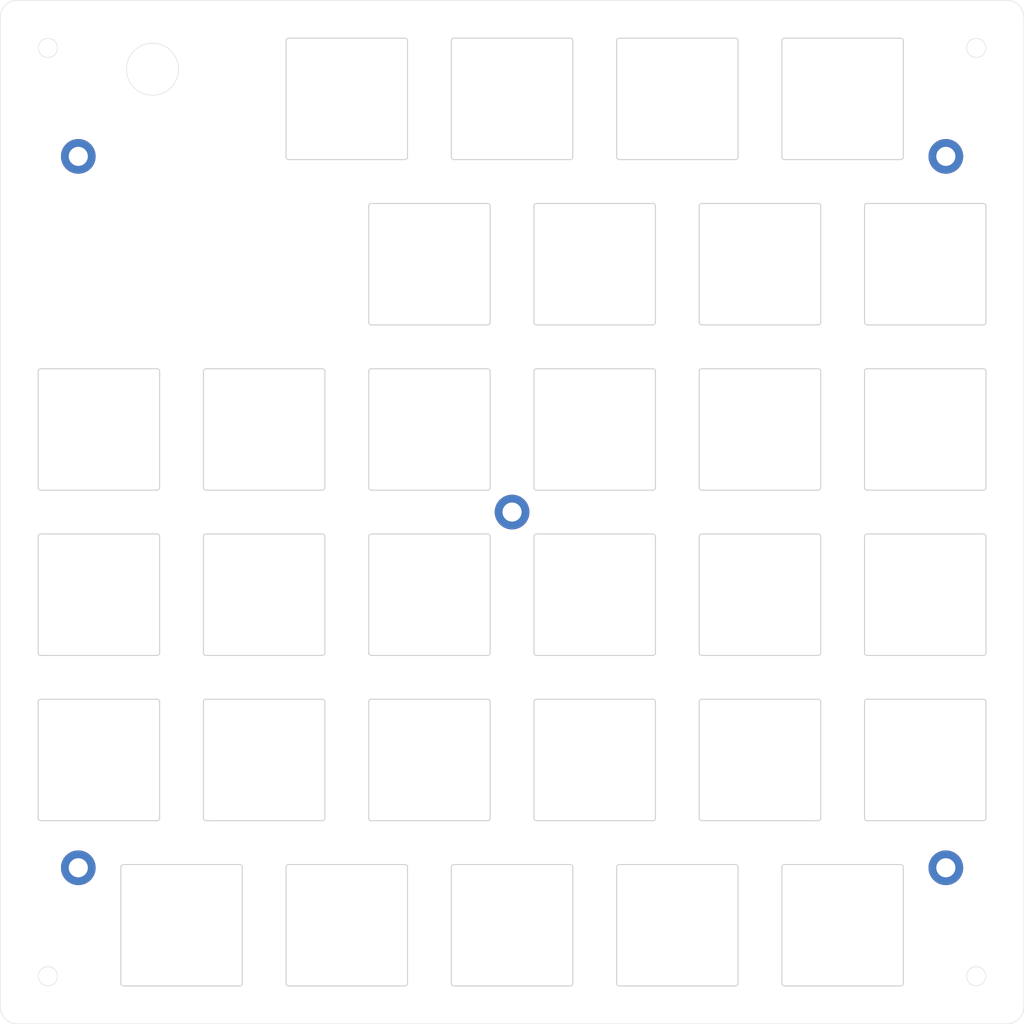
<source format=kicad_pcb>
(kicad_pcb (version 20171130) (host pcbnew "(5.1.9)-1")

  (general
    (thickness 1.6)
    (drawings 16)
    (tracks 0)
    (zones 0)
    (modules 36)
    (nets 2)
  )

  (page A4)
  (title_block
    (title "YUIOP 31 keys with rotary switch keyboard")
    (date 2021-05-20)
    (rev 1)
    (company KaoriYa)
  )

  (layers
    (0 F.Cu signal)
    (31 B.Cu signal)
    (32 B.Adhes user)
    (33 F.Adhes user)
    (34 B.Paste user)
    (35 F.Paste user)
    (36 B.SilkS user)
    (37 F.SilkS user)
    (38 B.Mask user)
    (39 F.Mask user)
    (40 Dwgs.User user)
    (41 Cmts.User user)
    (42 Eco1.User user)
    (43 Eco2.User user)
    (44 Edge.Cuts user)
    (45 Margin user)
    (46 B.CrtYd user)
    (47 F.CrtYd user)
    (48 B.Fab user)
    (49 F.Fab user)
  )

  (setup
    (last_trace_width 0.25)
    (trace_clearance 0.2)
    (zone_clearance 0.508)
    (zone_45_only no)
    (trace_min 0.2)
    (via_size 0.8)
    (via_drill 0.4)
    (via_min_size 0.4)
    (via_min_drill 0.3)
    (uvia_size 0.3)
    (uvia_drill 0.1)
    (uvias_allowed no)
    (uvia_min_size 0.2)
    (uvia_min_drill 0.1)
    (edge_width 0.05)
    (segment_width 0.2)
    (pcb_text_width 0.3)
    (pcb_text_size 1.5 1.5)
    (mod_edge_width 0.12)
    (mod_text_size 1 1)
    (mod_text_width 0.15)
    (pad_size 4 4)
    (pad_drill 2.2)
    (pad_to_mask_clearance 0)
    (aux_axis_origin 0 0)
    (grid_origin 150 100)
    (visible_elements 7FFFF7FF)
    (pcbplotparams
      (layerselection 0x010fc_ffffffff)
      (usegerberextensions false)
      (usegerberattributes true)
      (usegerberadvancedattributes true)
      (creategerberjobfile true)
      (excludeedgelayer true)
      (linewidth 0.150000)
      (plotframeref false)
      (viasonmask false)
      (mode 1)
      (useauxorigin false)
      (hpglpennumber 1)
      (hpglpenspeed 20)
      (hpglpendiameter 15.000000)
      (psnegative false)
      (psa4output false)
      (plotreference true)
      (plotvalue true)
      (plotinvisibletext false)
      (padsonsilk false)
      (subtractmaskfromsilk false)
      (outputformat 1)
      (mirror false)
      (drillshape 1)
      (scaleselection 1)
      (outputdirectory ""))
  )

  (net 0 "")
  (net 1 GND)

  (net_class Default "これはデフォルトのネット クラスです。"
    (clearance 0.2)
    (trace_width 0.25)
    (via_dia 0.8)
    (via_drill 0.4)
    (uvia_dia 0.3)
    (uvia_drill 0.1)
    (add_net GND)
  )

  (module yuiop:Hole_2.2_4 (layer F.Cu) (tedit 60A6A37E) (tstamp 60A6DC1D)
    (at 150 100)
    (fp_text reference HOLE5 (at 0 -3) (layer F.SilkS) hide
      (effects (font (size 1 1) (thickness 0.15)))
    )
    (fp_text value Hole_2.2_4 (at 0 3) (layer F.Fab) hide
      (effects (font (size 1 1) (thickness 0.15)))
    )
    (pad "" thru_hole circle (at 0 0) (size 4 4) (drill 2.2) (layers *.Cu *.Mask)
      (net 1 GND))
  )

  (module yuiop:Hole_2.2_4 (layer F.Cu) (tedit 60A6A37E) (tstamp 60A6D963)
    (at 200 141)
    (fp_text reference HOLE4 (at 0 -3) (layer F.SilkS) hide
      (effects (font (size 1 1) (thickness 0.15)))
    )
    (fp_text value Hole_2.2_4 (at 0 3) (layer F.Fab) hide
      (effects (font (size 1 1) (thickness 0.15)))
    )
    (pad "" thru_hole circle (at 0 0) (size 4 4) (drill 2.2) (layers *.Cu *.Mask)
      (net 1 GND))
  )

  (module yuiop:Hole_2.2_4 (layer F.Cu) (tedit 60A6A37E) (tstamp 60A6D963)
    (at 100 141)
    (fp_text reference HOLE3 (at 0 -3) (layer F.SilkS) hide
      (effects (font (size 1 1) (thickness 0.15)))
    )
    (fp_text value Hole_2.2_4 (at 0 3) (layer F.Fab) hide
      (effects (font (size 1 1) (thickness 0.15)))
    )
    (pad "" thru_hole circle (at 0 0) (size 4 4) (drill 2.2) (layers *.Cu *.Mask)
      (net 1 GND))
  )

  (module yuiop:Hole_2.2_4 (layer F.Cu) (tedit 60A6A37E) (tstamp 60A6D963)
    (at 200 59)
    (fp_text reference HOLE2 (at 0 -3) (layer F.SilkS) hide
      (effects (font (size 1 1) (thickness 0.15)))
    )
    (fp_text value Hole_2.2_4 (at 0 3) (layer F.Fab) hide
      (effects (font (size 1 1) (thickness 0.15)))
    )
    (pad "" thru_hole circle (at 0 0) (size 4 4) (drill 2.2) (layers *.Cu *.Mask)
      (net 1 GND))
  )

  (module yuiop:Hole_2.2_4 (layer F.Cu) (tedit 60A6A37E) (tstamp 60A6D924)
    (at 100 59)
    (fp_text reference HOLE1 (at 0 -3) (layer F.SilkS) hide
      (effects (font (size 1 1) (thickness 0.15)))
    )
    (fp_text value Hole_2.2_4 (at 0 3) (layer F.Fab) hide
      (effects (font (size 1 1) (thickness 0.15)))
    )
    (pad "" thru_hole circle (at 0 0) (size 4 4) (drill 2.2) (layers *.Cu *.Mask)
      (net 1 GND))
  )

  (module yuiop:TopPlate_Switch_1u (layer F.Cu) (tedit 60747F4D) (tstamp 60A69226)
    (at 188.1 147.625)
    (path /60AA92EA)
    (fp_text reference SW31 (at 0 8 180) (layer B.SilkS) hide
      (effects (font (size 1 1) (thickness 0.15)) (justify mirror))
    )
    (fp_text value SW_PUSH (at 3.8 5.6 180) (layer F.SilkS) hide
      (effects (font (size 1 1) (thickness 0.15)))
    )
    (fp_line (start 6.7 -7.8) (end -6.7 -7.8) (layer Cmts.User) (width 0.12))
    (fp_line (start 7.8 6.7) (end 7.8 -6.7) (layer Cmts.User) (width 0.12))
    (fp_line (start -6.7 7.8) (end 6.7 7.8) (layer Cmts.User) (width 0.12))
    (fp_line (start -7.8 -6.7) (end -7.8 6.7) (layer Cmts.User) (width 0.12))
    (fp_line (start 9.525 9.525) (end -9.525 9.525) (layer Dwgs.User) (width 0.15))
    (fp_line (start -9.525 9.525) (end -9.525 -9.525) (layer Dwgs.User) (width 0.15))
    (fp_line (start -9.525 -9.525) (end 9.525 -9.525) (layer Dwgs.User) (width 0.15))
    (fp_line (start 9.525 -9.525) (end 9.525 9.525) (layer Dwgs.User) (width 0.15))
    (fp_line (start -7 -6.7) (end -7 6.7) (layer Edge.Cuts) (width 0.12))
    (fp_line (start -6.7 7) (end 6.7 7) (layer Edge.Cuts) (width 0.12))
    (fp_line (start 7 6.7) (end 7 -6.7) (layer Edge.Cuts) (width 0.12))
    (fp_line (start 6.7 -7) (end -6.7 -7) (layer Edge.Cuts) (width 0.12))
    (fp_arc (start 6.7 -6.7) (end 7.8 -6.7) (angle -90) (layer Cmts.User) (width 0.12))
    (fp_arc (start 6.7 6.7) (end 6.7 7.8) (angle -90) (layer Cmts.User) (width 0.12))
    (fp_arc (start -6.7 6.7) (end -7.8 6.7) (angle -90) (layer Cmts.User) (width 0.12))
    (fp_arc (start -6.7 -6.7) (end -6.7 -7.8) (angle -90) (layer Cmts.User) (width 0.12))
    (fp_arc (start 6.7 6.7) (end 6.7 7) (angle -90) (layer Edge.Cuts) (width 0.12))
    (fp_arc (start -6.7 6.7) (end -7 6.7) (angle -90) (layer Edge.Cuts) (width 0.12))
    (fp_arc (start -6.7 -6.7) (end -6.7 -7) (angle -90) (layer Edge.Cuts) (width 0.12))
    (fp_arc (start 6.7 -6.7) (end 7 -6.7) (angle -90) (layer Edge.Cuts) (width 0.12))
  )

  (module yuiop:TopPlate_Switch_1u (layer F.Cu) (tedit 60747F4D) (tstamp 60A691EE)
    (at 169.05 147.625)
    (path /60AA92DE)
    (fp_text reference SW30 (at 0 8 180) (layer B.SilkS) hide
      (effects (font (size 1 1) (thickness 0.15)) (justify mirror))
    )
    (fp_text value SW_PUSH (at 3.8 5.6 180) (layer F.SilkS) hide
      (effects (font (size 1 1) (thickness 0.15)))
    )
    (fp_line (start 6.7 -7.8) (end -6.7 -7.8) (layer Cmts.User) (width 0.12))
    (fp_line (start 7.8 6.7) (end 7.8 -6.7) (layer Cmts.User) (width 0.12))
    (fp_line (start -6.7 7.8) (end 6.7 7.8) (layer Cmts.User) (width 0.12))
    (fp_line (start -7.8 -6.7) (end -7.8 6.7) (layer Cmts.User) (width 0.12))
    (fp_line (start 9.525 9.525) (end -9.525 9.525) (layer Dwgs.User) (width 0.15))
    (fp_line (start -9.525 9.525) (end -9.525 -9.525) (layer Dwgs.User) (width 0.15))
    (fp_line (start -9.525 -9.525) (end 9.525 -9.525) (layer Dwgs.User) (width 0.15))
    (fp_line (start 9.525 -9.525) (end 9.525 9.525) (layer Dwgs.User) (width 0.15))
    (fp_line (start -7 -6.7) (end -7 6.7) (layer Edge.Cuts) (width 0.12))
    (fp_line (start -6.7 7) (end 6.7 7) (layer Edge.Cuts) (width 0.12))
    (fp_line (start 7 6.7) (end 7 -6.7) (layer Edge.Cuts) (width 0.12))
    (fp_line (start 6.7 -7) (end -6.7 -7) (layer Edge.Cuts) (width 0.12))
    (fp_arc (start 6.7 -6.7) (end 7.8 -6.7) (angle -90) (layer Cmts.User) (width 0.12))
    (fp_arc (start 6.7 6.7) (end 6.7 7.8) (angle -90) (layer Cmts.User) (width 0.12))
    (fp_arc (start -6.7 6.7) (end -7.8 6.7) (angle -90) (layer Cmts.User) (width 0.12))
    (fp_arc (start -6.7 -6.7) (end -6.7 -7.8) (angle -90) (layer Cmts.User) (width 0.12))
    (fp_arc (start 6.7 6.7) (end 6.7 7) (angle -90) (layer Edge.Cuts) (width 0.12))
    (fp_arc (start -6.7 6.7) (end -7 6.7) (angle -90) (layer Edge.Cuts) (width 0.12))
    (fp_arc (start -6.7 -6.7) (end -6.7 -7) (angle -90) (layer Edge.Cuts) (width 0.12))
    (fp_arc (start 6.7 -6.7) (end 7 -6.7) (angle -90) (layer Edge.Cuts) (width 0.12))
  )

  (module yuiop:TopPlate_Switch_1u (layer F.Cu) (tedit 60747F4D) (tstamp 60A691B6)
    (at 150 147.625)
    (path /60AA92D2)
    (fp_text reference SW29 (at 0 8 180) (layer B.SilkS) hide
      (effects (font (size 1 1) (thickness 0.15)) (justify mirror))
    )
    (fp_text value SW_PUSH (at 3.8 5.6 180) (layer F.SilkS) hide
      (effects (font (size 1 1) (thickness 0.15)))
    )
    (fp_line (start 6.7 -7.8) (end -6.7 -7.8) (layer Cmts.User) (width 0.12))
    (fp_line (start 7.8 6.7) (end 7.8 -6.7) (layer Cmts.User) (width 0.12))
    (fp_line (start -6.7 7.8) (end 6.7 7.8) (layer Cmts.User) (width 0.12))
    (fp_line (start -7.8 -6.7) (end -7.8 6.7) (layer Cmts.User) (width 0.12))
    (fp_line (start 9.525 9.525) (end -9.525 9.525) (layer Dwgs.User) (width 0.15))
    (fp_line (start -9.525 9.525) (end -9.525 -9.525) (layer Dwgs.User) (width 0.15))
    (fp_line (start -9.525 -9.525) (end 9.525 -9.525) (layer Dwgs.User) (width 0.15))
    (fp_line (start 9.525 -9.525) (end 9.525 9.525) (layer Dwgs.User) (width 0.15))
    (fp_line (start -7 -6.7) (end -7 6.7) (layer Edge.Cuts) (width 0.12))
    (fp_line (start -6.7 7) (end 6.7 7) (layer Edge.Cuts) (width 0.12))
    (fp_line (start 7 6.7) (end 7 -6.7) (layer Edge.Cuts) (width 0.12))
    (fp_line (start 6.7 -7) (end -6.7 -7) (layer Edge.Cuts) (width 0.12))
    (fp_arc (start 6.7 -6.7) (end 7.8 -6.7) (angle -90) (layer Cmts.User) (width 0.12))
    (fp_arc (start 6.7 6.7) (end 6.7 7.8) (angle -90) (layer Cmts.User) (width 0.12))
    (fp_arc (start -6.7 6.7) (end -7.8 6.7) (angle -90) (layer Cmts.User) (width 0.12))
    (fp_arc (start -6.7 -6.7) (end -6.7 -7.8) (angle -90) (layer Cmts.User) (width 0.12))
    (fp_arc (start 6.7 6.7) (end 6.7 7) (angle -90) (layer Edge.Cuts) (width 0.12))
    (fp_arc (start -6.7 6.7) (end -7 6.7) (angle -90) (layer Edge.Cuts) (width 0.12))
    (fp_arc (start -6.7 -6.7) (end -6.7 -7) (angle -90) (layer Edge.Cuts) (width 0.12))
    (fp_arc (start 6.7 -6.7) (end 7 -6.7) (angle -90) (layer Edge.Cuts) (width 0.12))
  )

  (module yuiop:TopPlate_Switch_1u (layer F.Cu) (tedit 60747F4D) (tstamp 60A6917E)
    (at 130.95 147.625)
    (path /60AA92C6)
    (fp_text reference SW28 (at 0 8 180) (layer B.SilkS) hide
      (effects (font (size 1 1) (thickness 0.15)) (justify mirror))
    )
    (fp_text value SW_PUSH (at 3.8 5.6 180) (layer F.SilkS) hide
      (effects (font (size 1 1) (thickness 0.15)))
    )
    (fp_line (start 6.7 -7.8) (end -6.7 -7.8) (layer Cmts.User) (width 0.12))
    (fp_line (start 7.8 6.7) (end 7.8 -6.7) (layer Cmts.User) (width 0.12))
    (fp_line (start -6.7 7.8) (end 6.7 7.8) (layer Cmts.User) (width 0.12))
    (fp_line (start -7.8 -6.7) (end -7.8 6.7) (layer Cmts.User) (width 0.12))
    (fp_line (start 9.525 9.525) (end -9.525 9.525) (layer Dwgs.User) (width 0.15))
    (fp_line (start -9.525 9.525) (end -9.525 -9.525) (layer Dwgs.User) (width 0.15))
    (fp_line (start -9.525 -9.525) (end 9.525 -9.525) (layer Dwgs.User) (width 0.15))
    (fp_line (start 9.525 -9.525) (end 9.525 9.525) (layer Dwgs.User) (width 0.15))
    (fp_line (start -7 -6.7) (end -7 6.7) (layer Edge.Cuts) (width 0.12))
    (fp_line (start -6.7 7) (end 6.7 7) (layer Edge.Cuts) (width 0.12))
    (fp_line (start 7 6.7) (end 7 -6.7) (layer Edge.Cuts) (width 0.12))
    (fp_line (start 6.7 -7) (end -6.7 -7) (layer Edge.Cuts) (width 0.12))
    (fp_arc (start 6.7 -6.7) (end 7.8 -6.7) (angle -90) (layer Cmts.User) (width 0.12))
    (fp_arc (start 6.7 6.7) (end 6.7 7.8) (angle -90) (layer Cmts.User) (width 0.12))
    (fp_arc (start -6.7 6.7) (end -7.8 6.7) (angle -90) (layer Cmts.User) (width 0.12))
    (fp_arc (start -6.7 -6.7) (end -6.7 -7.8) (angle -90) (layer Cmts.User) (width 0.12))
    (fp_arc (start 6.7 6.7) (end 6.7 7) (angle -90) (layer Edge.Cuts) (width 0.12))
    (fp_arc (start -6.7 6.7) (end -7 6.7) (angle -90) (layer Edge.Cuts) (width 0.12))
    (fp_arc (start -6.7 -6.7) (end -6.7 -7) (angle -90) (layer Edge.Cuts) (width 0.12))
    (fp_arc (start 6.7 -6.7) (end 7 -6.7) (angle -90) (layer Edge.Cuts) (width 0.12))
  )

  (module yuiop:TopPlate_Switch_1u (layer F.Cu) (tedit 60747F4D) (tstamp 60A69146)
    (at 111.9 147.625)
    (path /60AA92BA)
    (fp_text reference SW27 (at 0 8 180) (layer B.SilkS) hide
      (effects (font (size 1 1) (thickness 0.15)) (justify mirror))
    )
    (fp_text value SW_PUSH (at 3.8 5.6 180) (layer F.SilkS) hide
      (effects (font (size 1 1) (thickness 0.15)))
    )
    (fp_line (start 6.7 -7.8) (end -6.7 -7.8) (layer Cmts.User) (width 0.12))
    (fp_line (start 7.8 6.7) (end 7.8 -6.7) (layer Cmts.User) (width 0.12))
    (fp_line (start -6.7 7.8) (end 6.7 7.8) (layer Cmts.User) (width 0.12))
    (fp_line (start -7.8 -6.7) (end -7.8 6.7) (layer Cmts.User) (width 0.12))
    (fp_line (start 9.525 9.525) (end -9.525 9.525) (layer Dwgs.User) (width 0.15))
    (fp_line (start -9.525 9.525) (end -9.525 -9.525) (layer Dwgs.User) (width 0.15))
    (fp_line (start -9.525 -9.525) (end 9.525 -9.525) (layer Dwgs.User) (width 0.15))
    (fp_line (start 9.525 -9.525) (end 9.525 9.525) (layer Dwgs.User) (width 0.15))
    (fp_line (start -7 -6.7) (end -7 6.7) (layer Edge.Cuts) (width 0.12))
    (fp_line (start -6.7 7) (end 6.7 7) (layer Edge.Cuts) (width 0.12))
    (fp_line (start 7 6.7) (end 7 -6.7) (layer Edge.Cuts) (width 0.12))
    (fp_line (start 6.7 -7) (end -6.7 -7) (layer Edge.Cuts) (width 0.12))
    (fp_arc (start 6.7 -6.7) (end 7.8 -6.7) (angle -90) (layer Cmts.User) (width 0.12))
    (fp_arc (start 6.7 6.7) (end 6.7 7.8) (angle -90) (layer Cmts.User) (width 0.12))
    (fp_arc (start -6.7 6.7) (end -7.8 6.7) (angle -90) (layer Cmts.User) (width 0.12))
    (fp_arc (start -6.7 -6.7) (end -6.7 -7.8) (angle -90) (layer Cmts.User) (width 0.12))
    (fp_arc (start 6.7 6.7) (end 6.7 7) (angle -90) (layer Edge.Cuts) (width 0.12))
    (fp_arc (start -6.7 6.7) (end -7 6.7) (angle -90) (layer Edge.Cuts) (width 0.12))
    (fp_arc (start -6.7 -6.7) (end -6.7 -7) (angle -90) (layer Edge.Cuts) (width 0.12))
    (fp_arc (start 6.7 -6.7) (end 7 -6.7) (angle -90) (layer Edge.Cuts) (width 0.12))
  )

  (module yuiop:TopPlate_Switch_1u (layer F.Cu) (tedit 60747F4D) (tstamp 60A6D71C)
    (at 197.625 128.575 180)
    (path /60AA6BEF)
    (fp_text reference SW26 (at 0 8 180) (layer B.SilkS) hide
      (effects (font (size 1 1) (thickness 0.15)) (justify mirror))
    )
    (fp_text value SW_PUSH (at 3.8 5.6 180) (layer F.SilkS) hide
      (effects (font (size 1 1) (thickness 0.15)))
    )
    (fp_line (start 6.7 -7.8) (end -6.7 -7.8) (layer Cmts.User) (width 0.12))
    (fp_line (start 7.8 6.7) (end 7.8 -6.7) (layer Cmts.User) (width 0.12))
    (fp_line (start -6.7 7.8) (end 6.7 7.8) (layer Cmts.User) (width 0.12))
    (fp_line (start -7.8 -6.7) (end -7.8 6.7) (layer Cmts.User) (width 0.12))
    (fp_line (start 9.525 9.525) (end -9.525 9.525) (layer Dwgs.User) (width 0.15))
    (fp_line (start -9.525 9.525) (end -9.525 -9.525) (layer Dwgs.User) (width 0.15))
    (fp_line (start -9.525 -9.525) (end 9.525 -9.525) (layer Dwgs.User) (width 0.15))
    (fp_line (start 9.525 -9.525) (end 9.525 9.525) (layer Dwgs.User) (width 0.15))
    (fp_line (start -7 -6.7) (end -7 6.7) (layer Edge.Cuts) (width 0.12))
    (fp_line (start -6.7 7) (end 6.7 7) (layer Edge.Cuts) (width 0.12))
    (fp_line (start 7 6.7) (end 7 -6.7) (layer Edge.Cuts) (width 0.12))
    (fp_line (start 6.7 -7) (end -6.7 -7) (layer Edge.Cuts) (width 0.12))
    (fp_arc (start 6.7 -6.7) (end 7.8 -6.7) (angle -90) (layer Cmts.User) (width 0.12))
    (fp_arc (start 6.7 6.7) (end 6.7 7.8) (angle -90) (layer Cmts.User) (width 0.12))
    (fp_arc (start -6.7 6.7) (end -7.8 6.7) (angle -90) (layer Cmts.User) (width 0.12))
    (fp_arc (start -6.7 -6.7) (end -6.7 -7.8) (angle -90) (layer Cmts.User) (width 0.12))
    (fp_arc (start 6.7 6.7) (end 6.7 7) (angle -90) (layer Edge.Cuts) (width 0.12))
    (fp_arc (start -6.7 6.7) (end -7 6.7) (angle -90) (layer Edge.Cuts) (width 0.12))
    (fp_arc (start -6.7 -6.7) (end -6.7 -7) (angle -90) (layer Edge.Cuts) (width 0.12))
    (fp_arc (start 6.7 -6.7) (end 7 -6.7) (angle -90) (layer Edge.Cuts) (width 0.12))
  )

  (module yuiop:TopPlate_Switch_1u (layer F.Cu) (tedit 60747F4D) (tstamp 60A6D7C1)
    (at 178.575 128.575 180)
    (path /60AA6BE3)
    (fp_text reference SW25 (at 0 8 180) (layer B.SilkS) hide
      (effects (font (size 1 1) (thickness 0.15)) (justify mirror))
    )
    (fp_text value SW_PUSH (at 3.8 5.6 180) (layer F.SilkS) hide
      (effects (font (size 1 1) (thickness 0.15)))
    )
    (fp_line (start 6.7 -7.8) (end -6.7 -7.8) (layer Cmts.User) (width 0.12))
    (fp_line (start 7.8 6.7) (end 7.8 -6.7) (layer Cmts.User) (width 0.12))
    (fp_line (start -6.7 7.8) (end 6.7 7.8) (layer Cmts.User) (width 0.12))
    (fp_line (start -7.8 -6.7) (end -7.8 6.7) (layer Cmts.User) (width 0.12))
    (fp_line (start 9.525 9.525) (end -9.525 9.525) (layer Dwgs.User) (width 0.15))
    (fp_line (start -9.525 9.525) (end -9.525 -9.525) (layer Dwgs.User) (width 0.15))
    (fp_line (start -9.525 -9.525) (end 9.525 -9.525) (layer Dwgs.User) (width 0.15))
    (fp_line (start 9.525 -9.525) (end 9.525 9.525) (layer Dwgs.User) (width 0.15))
    (fp_line (start -7 -6.7) (end -7 6.7) (layer Edge.Cuts) (width 0.12))
    (fp_line (start -6.7 7) (end 6.7 7) (layer Edge.Cuts) (width 0.12))
    (fp_line (start 7 6.7) (end 7 -6.7) (layer Edge.Cuts) (width 0.12))
    (fp_line (start 6.7 -7) (end -6.7 -7) (layer Edge.Cuts) (width 0.12))
    (fp_arc (start 6.7 -6.7) (end 7.8 -6.7) (angle -90) (layer Cmts.User) (width 0.12))
    (fp_arc (start 6.7 6.7) (end 6.7 7.8) (angle -90) (layer Cmts.User) (width 0.12))
    (fp_arc (start -6.7 6.7) (end -7.8 6.7) (angle -90) (layer Cmts.User) (width 0.12))
    (fp_arc (start -6.7 -6.7) (end -6.7 -7.8) (angle -90) (layer Cmts.User) (width 0.12))
    (fp_arc (start 6.7 6.7) (end 6.7 7) (angle -90) (layer Edge.Cuts) (width 0.12))
    (fp_arc (start -6.7 6.7) (end -7 6.7) (angle -90) (layer Edge.Cuts) (width 0.12))
    (fp_arc (start -6.7 -6.7) (end -6.7 -7) (angle -90) (layer Edge.Cuts) (width 0.12))
    (fp_arc (start 6.7 -6.7) (end 7 -6.7) (angle -90) (layer Edge.Cuts) (width 0.12))
  )

  (module yuiop:TopPlate_Switch_1u (layer F.Cu) (tedit 60747F4D) (tstamp 60A6D90B)
    (at 159.525 128.575 180)
    (path /60AA6BD7)
    (fp_text reference SW24 (at 0 8 180) (layer B.SilkS) hide
      (effects (font (size 1 1) (thickness 0.15)) (justify mirror))
    )
    (fp_text value SW_PUSH (at 3.8 5.6 180) (layer F.SilkS) hide
      (effects (font (size 1 1) (thickness 0.15)))
    )
    (fp_line (start 6.7 -7.8) (end -6.7 -7.8) (layer Cmts.User) (width 0.12))
    (fp_line (start 7.8 6.7) (end 7.8 -6.7) (layer Cmts.User) (width 0.12))
    (fp_line (start -6.7 7.8) (end 6.7 7.8) (layer Cmts.User) (width 0.12))
    (fp_line (start -7.8 -6.7) (end -7.8 6.7) (layer Cmts.User) (width 0.12))
    (fp_line (start 9.525 9.525) (end -9.525 9.525) (layer Dwgs.User) (width 0.15))
    (fp_line (start -9.525 9.525) (end -9.525 -9.525) (layer Dwgs.User) (width 0.15))
    (fp_line (start -9.525 -9.525) (end 9.525 -9.525) (layer Dwgs.User) (width 0.15))
    (fp_line (start 9.525 -9.525) (end 9.525 9.525) (layer Dwgs.User) (width 0.15))
    (fp_line (start -7 -6.7) (end -7 6.7) (layer Edge.Cuts) (width 0.12))
    (fp_line (start -6.7 7) (end 6.7 7) (layer Edge.Cuts) (width 0.12))
    (fp_line (start 7 6.7) (end 7 -6.7) (layer Edge.Cuts) (width 0.12))
    (fp_line (start 6.7 -7) (end -6.7 -7) (layer Edge.Cuts) (width 0.12))
    (fp_arc (start 6.7 -6.7) (end 7.8 -6.7) (angle -90) (layer Cmts.User) (width 0.12))
    (fp_arc (start 6.7 6.7) (end 6.7 7.8) (angle -90) (layer Cmts.User) (width 0.12))
    (fp_arc (start -6.7 6.7) (end -7.8 6.7) (angle -90) (layer Cmts.User) (width 0.12))
    (fp_arc (start -6.7 -6.7) (end -6.7 -7.8) (angle -90) (layer Cmts.User) (width 0.12))
    (fp_arc (start 6.7 6.7) (end 6.7 7) (angle -90) (layer Edge.Cuts) (width 0.12))
    (fp_arc (start -6.7 6.7) (end -7 6.7) (angle -90) (layer Edge.Cuts) (width 0.12))
    (fp_arc (start -6.7 -6.7) (end -6.7 -7) (angle -90) (layer Edge.Cuts) (width 0.12))
    (fp_arc (start 6.7 -6.7) (end 7 -6.7) (angle -90) (layer Edge.Cuts) (width 0.12))
  )

  (module yuiop:TopPlate_Switch_1u (layer F.Cu) (tedit 60747F4D) (tstamp 60A6D866)
    (at 140.475 128.575 180)
    (path /60AA6BCB)
    (fp_text reference SW23 (at 0 8 180) (layer B.SilkS) hide
      (effects (font (size 1 1) (thickness 0.15)) (justify mirror))
    )
    (fp_text value SW_PUSH (at 3.8 5.6 180) (layer F.SilkS) hide
      (effects (font (size 1 1) (thickness 0.15)))
    )
    (fp_line (start 6.7 -7.8) (end -6.7 -7.8) (layer Cmts.User) (width 0.12))
    (fp_line (start 7.8 6.7) (end 7.8 -6.7) (layer Cmts.User) (width 0.12))
    (fp_line (start -6.7 7.8) (end 6.7 7.8) (layer Cmts.User) (width 0.12))
    (fp_line (start -7.8 -6.7) (end -7.8 6.7) (layer Cmts.User) (width 0.12))
    (fp_line (start 9.525 9.525) (end -9.525 9.525) (layer Dwgs.User) (width 0.15))
    (fp_line (start -9.525 9.525) (end -9.525 -9.525) (layer Dwgs.User) (width 0.15))
    (fp_line (start -9.525 -9.525) (end 9.525 -9.525) (layer Dwgs.User) (width 0.15))
    (fp_line (start 9.525 -9.525) (end 9.525 9.525) (layer Dwgs.User) (width 0.15))
    (fp_line (start -7 -6.7) (end -7 6.7) (layer Edge.Cuts) (width 0.12))
    (fp_line (start -6.7 7) (end 6.7 7) (layer Edge.Cuts) (width 0.12))
    (fp_line (start 7 6.7) (end 7 -6.7) (layer Edge.Cuts) (width 0.12))
    (fp_line (start 6.7 -7) (end -6.7 -7) (layer Edge.Cuts) (width 0.12))
    (fp_arc (start 6.7 -6.7) (end 7.8 -6.7) (angle -90) (layer Cmts.User) (width 0.12))
    (fp_arc (start 6.7 6.7) (end 6.7 7.8) (angle -90) (layer Cmts.User) (width 0.12))
    (fp_arc (start -6.7 6.7) (end -7.8 6.7) (angle -90) (layer Cmts.User) (width 0.12))
    (fp_arc (start -6.7 -6.7) (end -6.7 -7.8) (angle -90) (layer Cmts.User) (width 0.12))
    (fp_arc (start 6.7 6.7) (end 6.7 7) (angle -90) (layer Edge.Cuts) (width 0.12))
    (fp_arc (start -6.7 6.7) (end -7 6.7) (angle -90) (layer Edge.Cuts) (width 0.12))
    (fp_arc (start -6.7 -6.7) (end -6.7 -7) (angle -90) (layer Edge.Cuts) (width 0.12))
    (fp_arc (start 6.7 -6.7) (end 7 -6.7) (angle -90) (layer Edge.Cuts) (width 0.12))
  )

  (module yuiop:TopPlate_Switch_1u (layer F.Cu) (tedit 60747F4D) (tstamp 60A6D9B0)
    (at 121.425 128.575 180)
    (path /60AA6BBF)
    (fp_text reference SW22 (at 0 8 180) (layer B.SilkS) hide
      (effects (font (size 1 1) (thickness 0.15)) (justify mirror))
    )
    (fp_text value SW_PUSH (at 3.8 5.6 180) (layer F.SilkS) hide
      (effects (font (size 1 1) (thickness 0.15)))
    )
    (fp_line (start 6.7 -7.8) (end -6.7 -7.8) (layer Cmts.User) (width 0.12))
    (fp_line (start 7.8 6.7) (end 7.8 -6.7) (layer Cmts.User) (width 0.12))
    (fp_line (start -6.7 7.8) (end 6.7 7.8) (layer Cmts.User) (width 0.12))
    (fp_line (start -7.8 -6.7) (end -7.8 6.7) (layer Cmts.User) (width 0.12))
    (fp_line (start 9.525 9.525) (end -9.525 9.525) (layer Dwgs.User) (width 0.15))
    (fp_line (start -9.525 9.525) (end -9.525 -9.525) (layer Dwgs.User) (width 0.15))
    (fp_line (start -9.525 -9.525) (end 9.525 -9.525) (layer Dwgs.User) (width 0.15))
    (fp_line (start 9.525 -9.525) (end 9.525 9.525) (layer Dwgs.User) (width 0.15))
    (fp_line (start -7 -6.7) (end -7 6.7) (layer Edge.Cuts) (width 0.12))
    (fp_line (start -6.7 7) (end 6.7 7) (layer Edge.Cuts) (width 0.12))
    (fp_line (start 7 6.7) (end 7 -6.7) (layer Edge.Cuts) (width 0.12))
    (fp_line (start 6.7 -7) (end -6.7 -7) (layer Edge.Cuts) (width 0.12))
    (fp_arc (start 6.7 -6.7) (end 7.8 -6.7) (angle -90) (layer Cmts.User) (width 0.12))
    (fp_arc (start 6.7 6.7) (end 6.7 7.8) (angle -90) (layer Cmts.User) (width 0.12))
    (fp_arc (start -6.7 6.7) (end -7.8 6.7) (angle -90) (layer Cmts.User) (width 0.12))
    (fp_arc (start -6.7 -6.7) (end -6.7 -7.8) (angle -90) (layer Cmts.User) (width 0.12))
    (fp_arc (start 6.7 6.7) (end 6.7 7) (angle -90) (layer Edge.Cuts) (width 0.12))
    (fp_arc (start -6.7 6.7) (end -7 6.7) (angle -90) (layer Edge.Cuts) (width 0.12))
    (fp_arc (start -6.7 -6.7) (end -6.7 -7) (angle -90) (layer Edge.Cuts) (width 0.12))
    (fp_arc (start 6.7 -6.7) (end 7 -6.7) (angle -90) (layer Edge.Cuts) (width 0.12))
  )

  (module yuiop:TopPlate_Switch_1u (layer F.Cu) (tedit 60747F4D) (tstamp 60A81EE0)
    (at 102.375 128.575 180)
    (path /60AA6BB3)
    (fp_text reference SW21 (at 0 8 180) (layer B.SilkS) hide
      (effects (font (size 1 1) (thickness 0.15)) (justify mirror))
    )
    (fp_text value SW_PUSH (at 3.8 5.6 180) (layer F.SilkS) hide
      (effects (font (size 1 1) (thickness 0.15)))
    )
    (fp_line (start 6.7 -7.8) (end -6.7 -7.8) (layer Cmts.User) (width 0.12))
    (fp_line (start 7.8 6.7) (end 7.8 -6.7) (layer Cmts.User) (width 0.12))
    (fp_line (start -6.7 7.8) (end 6.7 7.8) (layer Cmts.User) (width 0.12))
    (fp_line (start -7.8 -6.7) (end -7.8 6.7) (layer Cmts.User) (width 0.12))
    (fp_line (start 9.525 9.525) (end -9.525 9.525) (layer Dwgs.User) (width 0.15))
    (fp_line (start -9.525 9.525) (end -9.525 -9.525) (layer Dwgs.User) (width 0.15))
    (fp_line (start -9.525 -9.525) (end 9.525 -9.525) (layer Dwgs.User) (width 0.15))
    (fp_line (start 9.525 -9.525) (end 9.525 9.525) (layer Dwgs.User) (width 0.15))
    (fp_line (start -7 -6.7) (end -7 6.7) (layer Edge.Cuts) (width 0.12))
    (fp_line (start -6.7 7) (end 6.7 7) (layer Edge.Cuts) (width 0.12))
    (fp_line (start 7 6.7) (end 7 -6.7) (layer Edge.Cuts) (width 0.12))
    (fp_line (start 6.7 -7) (end -6.7 -7) (layer Edge.Cuts) (width 0.12))
    (fp_arc (start 6.7 -6.7) (end 7.8 -6.7) (angle -90) (layer Cmts.User) (width 0.12))
    (fp_arc (start 6.7 6.7) (end 6.7 7.8) (angle -90) (layer Cmts.User) (width 0.12))
    (fp_arc (start -6.7 6.7) (end -7.8 6.7) (angle -90) (layer Cmts.User) (width 0.12))
    (fp_arc (start -6.7 -6.7) (end -6.7 -7.8) (angle -90) (layer Cmts.User) (width 0.12))
    (fp_arc (start 6.7 6.7) (end 6.7 7) (angle -90) (layer Edge.Cuts) (width 0.12))
    (fp_arc (start -6.7 6.7) (end -7 6.7) (angle -90) (layer Edge.Cuts) (width 0.12))
    (fp_arc (start -6.7 -6.7) (end -6.7 -7) (angle -90) (layer Edge.Cuts) (width 0.12))
    (fp_arc (start 6.7 -6.7) (end 7 -6.7) (angle -90) (layer Edge.Cuts) (width 0.12))
  )

  (module yuiop:TopPlate_Switch_1u (layer F.Cu) (tedit 60747F4D) (tstamp 60A68FBE)
    (at 197.625 109.525 180)
    (path /60AA3A08)
    (fp_text reference SW20 (at 0 8 180) (layer B.SilkS) hide
      (effects (font (size 1 1) (thickness 0.15)) (justify mirror))
    )
    (fp_text value SW_PUSH (at 3.8 5.6 180) (layer F.SilkS) hide
      (effects (font (size 1 1) (thickness 0.15)))
    )
    (fp_line (start 6.7 -7.8) (end -6.7 -7.8) (layer Cmts.User) (width 0.12))
    (fp_line (start 7.8 6.7) (end 7.8 -6.7) (layer Cmts.User) (width 0.12))
    (fp_line (start -6.7 7.8) (end 6.7 7.8) (layer Cmts.User) (width 0.12))
    (fp_line (start -7.8 -6.7) (end -7.8 6.7) (layer Cmts.User) (width 0.12))
    (fp_line (start 9.525 9.525) (end -9.525 9.525) (layer Dwgs.User) (width 0.15))
    (fp_line (start -9.525 9.525) (end -9.525 -9.525) (layer Dwgs.User) (width 0.15))
    (fp_line (start -9.525 -9.525) (end 9.525 -9.525) (layer Dwgs.User) (width 0.15))
    (fp_line (start 9.525 -9.525) (end 9.525 9.525) (layer Dwgs.User) (width 0.15))
    (fp_line (start -7 -6.7) (end -7 6.7) (layer Edge.Cuts) (width 0.12))
    (fp_line (start -6.7 7) (end 6.7 7) (layer Edge.Cuts) (width 0.12))
    (fp_line (start 7 6.7) (end 7 -6.7) (layer Edge.Cuts) (width 0.12))
    (fp_line (start 6.7 -7) (end -6.7 -7) (layer Edge.Cuts) (width 0.12))
    (fp_arc (start 6.7 -6.7) (end 7.8 -6.7) (angle -90) (layer Cmts.User) (width 0.12))
    (fp_arc (start 6.7 6.7) (end 6.7 7.8) (angle -90) (layer Cmts.User) (width 0.12))
    (fp_arc (start -6.7 6.7) (end -7.8 6.7) (angle -90) (layer Cmts.User) (width 0.12))
    (fp_arc (start -6.7 -6.7) (end -6.7 -7.8) (angle -90) (layer Cmts.User) (width 0.12))
    (fp_arc (start 6.7 6.7) (end 6.7 7) (angle -90) (layer Edge.Cuts) (width 0.12))
    (fp_arc (start -6.7 6.7) (end -7 6.7) (angle -90) (layer Edge.Cuts) (width 0.12))
    (fp_arc (start -6.7 -6.7) (end -6.7 -7) (angle -90) (layer Edge.Cuts) (width 0.12))
    (fp_arc (start 6.7 -6.7) (end 7 -6.7) (angle -90) (layer Edge.Cuts) (width 0.12))
  )

  (module yuiop:TopPlate_Switch_1u (layer F.Cu) (tedit 60747F4D) (tstamp 60A6CCC4)
    (at 178.575 109.525 180)
    (path /60AA39FC)
    (fp_text reference SW19 (at 0 8 180) (layer B.SilkS) hide
      (effects (font (size 1 1) (thickness 0.15)) (justify mirror))
    )
    (fp_text value SW_PUSH (at 3.8 5.6 180) (layer F.SilkS) hide
      (effects (font (size 1 1) (thickness 0.15)))
    )
    (fp_line (start 6.7 -7.8) (end -6.7 -7.8) (layer Cmts.User) (width 0.12))
    (fp_line (start 7.8 6.7) (end 7.8 -6.7) (layer Cmts.User) (width 0.12))
    (fp_line (start -6.7 7.8) (end 6.7 7.8) (layer Cmts.User) (width 0.12))
    (fp_line (start -7.8 -6.7) (end -7.8 6.7) (layer Cmts.User) (width 0.12))
    (fp_line (start 9.525 9.525) (end -9.525 9.525) (layer Dwgs.User) (width 0.15))
    (fp_line (start -9.525 9.525) (end -9.525 -9.525) (layer Dwgs.User) (width 0.15))
    (fp_line (start -9.525 -9.525) (end 9.525 -9.525) (layer Dwgs.User) (width 0.15))
    (fp_line (start 9.525 -9.525) (end 9.525 9.525) (layer Dwgs.User) (width 0.15))
    (fp_line (start -7 -6.7) (end -7 6.7) (layer Edge.Cuts) (width 0.12))
    (fp_line (start -6.7 7) (end 6.7 7) (layer Edge.Cuts) (width 0.12))
    (fp_line (start 7 6.7) (end 7 -6.7) (layer Edge.Cuts) (width 0.12))
    (fp_line (start 6.7 -7) (end -6.7 -7) (layer Edge.Cuts) (width 0.12))
    (fp_arc (start 6.7 -6.7) (end 7.8 -6.7) (angle -90) (layer Cmts.User) (width 0.12))
    (fp_arc (start 6.7 6.7) (end 6.7 7.8) (angle -90) (layer Cmts.User) (width 0.12))
    (fp_arc (start -6.7 6.7) (end -7.8 6.7) (angle -90) (layer Cmts.User) (width 0.12))
    (fp_arc (start -6.7 -6.7) (end -6.7 -7.8) (angle -90) (layer Cmts.User) (width 0.12))
    (fp_arc (start 6.7 6.7) (end 6.7 7) (angle -90) (layer Edge.Cuts) (width 0.12))
    (fp_arc (start -6.7 6.7) (end -7 6.7) (angle -90) (layer Edge.Cuts) (width 0.12))
    (fp_arc (start -6.7 -6.7) (end -6.7 -7) (angle -90) (layer Edge.Cuts) (width 0.12))
    (fp_arc (start 6.7 -6.7) (end 7 -6.7) (angle -90) (layer Edge.Cuts) (width 0.12))
  )

  (module yuiop:TopPlate_Switch_1u (layer F.Cu) (tedit 60747F4D) (tstamp 60A68F4E)
    (at 159.525 109.525 180)
    (path /60AA39F0)
    (fp_text reference SW18 (at 0 8 180) (layer B.SilkS) hide
      (effects (font (size 1 1) (thickness 0.15)) (justify mirror))
    )
    (fp_text value SW_PUSH (at 3.8 5.6 180) (layer F.SilkS) hide
      (effects (font (size 1 1) (thickness 0.15)))
    )
    (fp_line (start 6.7 -7.8) (end -6.7 -7.8) (layer Cmts.User) (width 0.12))
    (fp_line (start 7.8 6.7) (end 7.8 -6.7) (layer Cmts.User) (width 0.12))
    (fp_line (start -6.7 7.8) (end 6.7 7.8) (layer Cmts.User) (width 0.12))
    (fp_line (start -7.8 -6.7) (end -7.8 6.7) (layer Cmts.User) (width 0.12))
    (fp_line (start 9.525 9.525) (end -9.525 9.525) (layer Dwgs.User) (width 0.15))
    (fp_line (start -9.525 9.525) (end -9.525 -9.525) (layer Dwgs.User) (width 0.15))
    (fp_line (start -9.525 -9.525) (end 9.525 -9.525) (layer Dwgs.User) (width 0.15))
    (fp_line (start 9.525 -9.525) (end 9.525 9.525) (layer Dwgs.User) (width 0.15))
    (fp_line (start -7 -6.7) (end -7 6.7) (layer Edge.Cuts) (width 0.12))
    (fp_line (start -6.7 7) (end 6.7 7) (layer Edge.Cuts) (width 0.12))
    (fp_line (start 7 6.7) (end 7 -6.7) (layer Edge.Cuts) (width 0.12))
    (fp_line (start 6.7 -7) (end -6.7 -7) (layer Edge.Cuts) (width 0.12))
    (fp_arc (start 6.7 -6.7) (end 7.8 -6.7) (angle -90) (layer Cmts.User) (width 0.12))
    (fp_arc (start 6.7 6.7) (end 6.7 7.8) (angle -90) (layer Cmts.User) (width 0.12))
    (fp_arc (start -6.7 6.7) (end -7.8 6.7) (angle -90) (layer Cmts.User) (width 0.12))
    (fp_arc (start -6.7 -6.7) (end -6.7 -7.8) (angle -90) (layer Cmts.User) (width 0.12))
    (fp_arc (start 6.7 6.7) (end 6.7 7) (angle -90) (layer Edge.Cuts) (width 0.12))
    (fp_arc (start -6.7 6.7) (end -7 6.7) (angle -90) (layer Edge.Cuts) (width 0.12))
    (fp_arc (start -6.7 -6.7) (end -6.7 -7) (angle -90) (layer Edge.Cuts) (width 0.12))
    (fp_arc (start 6.7 -6.7) (end 7 -6.7) (angle -90) (layer Edge.Cuts) (width 0.12))
  )

  (module yuiop:TopPlate_Switch_1u (layer F.Cu) (tedit 60747F4D) (tstamp 60A6D6E1)
    (at 140.475 109.525 180)
    (path /60AA39E4)
    (fp_text reference SW17 (at 0 8 180) (layer B.SilkS) hide
      (effects (font (size 1 1) (thickness 0.15)) (justify mirror))
    )
    (fp_text value SW_PUSH (at 3.8 5.6 180) (layer F.SilkS) hide
      (effects (font (size 1 1) (thickness 0.15)))
    )
    (fp_line (start 6.7 -7.8) (end -6.7 -7.8) (layer Cmts.User) (width 0.12))
    (fp_line (start 7.8 6.7) (end 7.8 -6.7) (layer Cmts.User) (width 0.12))
    (fp_line (start -6.7 7.8) (end 6.7 7.8) (layer Cmts.User) (width 0.12))
    (fp_line (start -7.8 -6.7) (end -7.8 6.7) (layer Cmts.User) (width 0.12))
    (fp_line (start 9.525 9.525) (end -9.525 9.525) (layer Dwgs.User) (width 0.15))
    (fp_line (start -9.525 9.525) (end -9.525 -9.525) (layer Dwgs.User) (width 0.15))
    (fp_line (start -9.525 -9.525) (end 9.525 -9.525) (layer Dwgs.User) (width 0.15))
    (fp_line (start 9.525 -9.525) (end 9.525 9.525) (layer Dwgs.User) (width 0.15))
    (fp_line (start -7 -6.7) (end -7 6.7) (layer Edge.Cuts) (width 0.12))
    (fp_line (start -6.7 7) (end 6.7 7) (layer Edge.Cuts) (width 0.12))
    (fp_line (start 7 6.7) (end 7 -6.7) (layer Edge.Cuts) (width 0.12))
    (fp_line (start 6.7 -7) (end -6.7 -7) (layer Edge.Cuts) (width 0.12))
    (fp_arc (start 6.7 -6.7) (end 7.8 -6.7) (angle -90) (layer Cmts.User) (width 0.12))
    (fp_arc (start 6.7 6.7) (end 6.7 7.8) (angle -90) (layer Cmts.User) (width 0.12))
    (fp_arc (start -6.7 6.7) (end -7.8 6.7) (angle -90) (layer Cmts.User) (width 0.12))
    (fp_arc (start -6.7 -6.7) (end -6.7 -7.8) (angle -90) (layer Cmts.User) (width 0.12))
    (fp_arc (start 6.7 6.7) (end 6.7 7) (angle -90) (layer Edge.Cuts) (width 0.12))
    (fp_arc (start -6.7 6.7) (end -7 6.7) (angle -90) (layer Edge.Cuts) (width 0.12))
    (fp_arc (start -6.7 -6.7) (end -6.7 -7) (angle -90) (layer Edge.Cuts) (width 0.12))
    (fp_arc (start 6.7 -6.7) (end 7 -6.7) (angle -90) (layer Edge.Cuts) (width 0.12))
  )

  (module yuiop:TopPlate_Switch_1u (layer F.Cu) (tedit 60747F4D) (tstamp 60A6CF90)
    (at 121.425 109.525 180)
    (path /60AA39D8)
    (fp_text reference SW16 (at 0 8 180) (layer B.SilkS) hide
      (effects (font (size 1 1) (thickness 0.15)) (justify mirror))
    )
    (fp_text value SW_PUSH (at 3.8 5.6 180) (layer F.SilkS) hide
      (effects (font (size 1 1) (thickness 0.15)))
    )
    (fp_line (start 6.7 -7.8) (end -6.7 -7.8) (layer Cmts.User) (width 0.12))
    (fp_line (start 7.8 6.7) (end 7.8 -6.7) (layer Cmts.User) (width 0.12))
    (fp_line (start -6.7 7.8) (end 6.7 7.8) (layer Cmts.User) (width 0.12))
    (fp_line (start -7.8 -6.7) (end -7.8 6.7) (layer Cmts.User) (width 0.12))
    (fp_line (start 9.525 9.525) (end -9.525 9.525) (layer Dwgs.User) (width 0.15))
    (fp_line (start -9.525 9.525) (end -9.525 -9.525) (layer Dwgs.User) (width 0.15))
    (fp_line (start -9.525 -9.525) (end 9.525 -9.525) (layer Dwgs.User) (width 0.15))
    (fp_line (start 9.525 -9.525) (end 9.525 9.525) (layer Dwgs.User) (width 0.15))
    (fp_line (start -7 -6.7) (end -7 6.7) (layer Edge.Cuts) (width 0.12))
    (fp_line (start -6.7 7) (end 6.7 7) (layer Edge.Cuts) (width 0.12))
    (fp_line (start 7 6.7) (end 7 -6.7) (layer Edge.Cuts) (width 0.12))
    (fp_line (start 6.7 -7) (end -6.7 -7) (layer Edge.Cuts) (width 0.12))
    (fp_arc (start 6.7 -6.7) (end 7.8 -6.7) (angle -90) (layer Cmts.User) (width 0.12))
    (fp_arc (start 6.7 6.7) (end 6.7 7.8) (angle -90) (layer Cmts.User) (width 0.12))
    (fp_arc (start -6.7 6.7) (end -7.8 6.7) (angle -90) (layer Cmts.User) (width 0.12))
    (fp_arc (start -6.7 -6.7) (end -6.7 -7.8) (angle -90) (layer Cmts.User) (width 0.12))
    (fp_arc (start 6.7 6.7) (end 6.7 7) (angle -90) (layer Edge.Cuts) (width 0.12))
    (fp_arc (start -6.7 6.7) (end -7 6.7) (angle -90) (layer Edge.Cuts) (width 0.12))
    (fp_arc (start -6.7 -6.7) (end -6.7 -7) (angle -90) (layer Edge.Cuts) (width 0.12))
    (fp_arc (start 6.7 -6.7) (end 7 -6.7) (angle -90) (layer Edge.Cuts) (width 0.12))
  )

  (module yuiop:TopPlate_Switch_1u (layer F.Cu) (tedit 60747F4D) (tstamp 60A6D035)
    (at 102.375 109.525 180)
    (path /60AA39CC)
    (fp_text reference SW15 (at 0 8 180) (layer B.SilkS) hide
      (effects (font (size 1 1) (thickness 0.15)) (justify mirror))
    )
    (fp_text value SW_PUSH (at 3.8 5.6 180) (layer F.SilkS) hide
      (effects (font (size 1 1) (thickness 0.15)))
    )
    (fp_line (start 6.7 -7.8) (end -6.7 -7.8) (layer Cmts.User) (width 0.12))
    (fp_line (start 7.8 6.7) (end 7.8 -6.7) (layer Cmts.User) (width 0.12))
    (fp_line (start -6.7 7.8) (end 6.7 7.8) (layer Cmts.User) (width 0.12))
    (fp_line (start -7.8 -6.7) (end -7.8 6.7) (layer Cmts.User) (width 0.12))
    (fp_line (start 9.525 9.525) (end -9.525 9.525) (layer Dwgs.User) (width 0.15))
    (fp_line (start -9.525 9.525) (end -9.525 -9.525) (layer Dwgs.User) (width 0.15))
    (fp_line (start -9.525 -9.525) (end 9.525 -9.525) (layer Dwgs.User) (width 0.15))
    (fp_line (start 9.525 -9.525) (end 9.525 9.525) (layer Dwgs.User) (width 0.15))
    (fp_line (start -7 -6.7) (end -7 6.7) (layer Edge.Cuts) (width 0.12))
    (fp_line (start -6.7 7) (end 6.7 7) (layer Edge.Cuts) (width 0.12))
    (fp_line (start 7 6.7) (end 7 -6.7) (layer Edge.Cuts) (width 0.12))
    (fp_line (start 6.7 -7) (end -6.7 -7) (layer Edge.Cuts) (width 0.12))
    (fp_arc (start 6.7 -6.7) (end 7.8 -6.7) (angle -90) (layer Cmts.User) (width 0.12))
    (fp_arc (start 6.7 6.7) (end 6.7 7.8) (angle -90) (layer Cmts.User) (width 0.12))
    (fp_arc (start -6.7 6.7) (end -7.8 6.7) (angle -90) (layer Cmts.User) (width 0.12))
    (fp_arc (start -6.7 -6.7) (end -6.7 -7.8) (angle -90) (layer Cmts.User) (width 0.12))
    (fp_arc (start 6.7 6.7) (end 6.7 7) (angle -90) (layer Edge.Cuts) (width 0.12))
    (fp_arc (start -6.7 6.7) (end -7 6.7) (angle -90) (layer Edge.Cuts) (width 0.12))
    (fp_arc (start -6.7 -6.7) (end -6.7 -7) (angle -90) (layer Edge.Cuts) (width 0.12))
    (fp_arc (start 6.7 -6.7) (end 7 -6.7) (angle -90) (layer Edge.Cuts) (width 0.12))
  )

  (module yuiop:TopPlate_Switch_1u (layer F.Cu) (tedit 60747F4D) (tstamp 60A68E6E)
    (at 197.625 90.475 180)
    (path /60AA12EB)
    (fp_text reference SW14 (at 0 8 180) (layer B.SilkS) hide
      (effects (font (size 1 1) (thickness 0.15)) (justify mirror))
    )
    (fp_text value SW_PUSH (at 3.8 5.6 180) (layer F.SilkS) hide
      (effects (font (size 1 1) (thickness 0.15)))
    )
    (fp_line (start 6.7 -7.8) (end -6.7 -7.8) (layer Cmts.User) (width 0.12))
    (fp_line (start 7.8 6.7) (end 7.8 -6.7) (layer Cmts.User) (width 0.12))
    (fp_line (start -6.7 7.8) (end 6.7 7.8) (layer Cmts.User) (width 0.12))
    (fp_line (start -7.8 -6.7) (end -7.8 6.7) (layer Cmts.User) (width 0.12))
    (fp_line (start 9.525 9.525) (end -9.525 9.525) (layer Dwgs.User) (width 0.15))
    (fp_line (start -9.525 9.525) (end -9.525 -9.525) (layer Dwgs.User) (width 0.15))
    (fp_line (start -9.525 -9.525) (end 9.525 -9.525) (layer Dwgs.User) (width 0.15))
    (fp_line (start 9.525 -9.525) (end 9.525 9.525) (layer Dwgs.User) (width 0.15))
    (fp_line (start -7 -6.7) (end -7 6.7) (layer Edge.Cuts) (width 0.12))
    (fp_line (start -6.7 7) (end 6.7 7) (layer Edge.Cuts) (width 0.12))
    (fp_line (start 7 6.7) (end 7 -6.7) (layer Edge.Cuts) (width 0.12))
    (fp_line (start 6.7 -7) (end -6.7 -7) (layer Edge.Cuts) (width 0.12))
    (fp_arc (start 6.7 -6.7) (end 7.8 -6.7) (angle -90) (layer Cmts.User) (width 0.12))
    (fp_arc (start 6.7 6.7) (end 6.7 7.8) (angle -90) (layer Cmts.User) (width 0.12))
    (fp_arc (start -6.7 6.7) (end -7.8 6.7) (angle -90) (layer Cmts.User) (width 0.12))
    (fp_arc (start -6.7 -6.7) (end -6.7 -7.8) (angle -90) (layer Cmts.User) (width 0.12))
    (fp_arc (start 6.7 6.7) (end 6.7 7) (angle -90) (layer Edge.Cuts) (width 0.12))
    (fp_arc (start -6.7 6.7) (end -7 6.7) (angle -90) (layer Edge.Cuts) (width 0.12))
    (fp_arc (start -6.7 -6.7) (end -6.7 -7) (angle -90) (layer Edge.Cuts) (width 0.12))
    (fp_arc (start 6.7 -6.7) (end 7 -6.7) (angle -90) (layer Edge.Cuts) (width 0.12))
  )

  (module yuiop:TopPlate_Switch_1u (layer F.Cu) (tedit 60747F4D) (tstamp 60A68E36)
    (at 178.575 90.475 180)
    (path /60AA12DF)
    (fp_text reference SW13 (at 0 8 180) (layer B.SilkS) hide
      (effects (font (size 1 1) (thickness 0.15)) (justify mirror))
    )
    (fp_text value SW_PUSH (at 3.8 5.6 180) (layer F.SilkS) hide
      (effects (font (size 1 1) (thickness 0.15)))
    )
    (fp_line (start 6.7 -7.8) (end -6.7 -7.8) (layer Cmts.User) (width 0.12))
    (fp_line (start 7.8 6.7) (end 7.8 -6.7) (layer Cmts.User) (width 0.12))
    (fp_line (start -6.7 7.8) (end 6.7 7.8) (layer Cmts.User) (width 0.12))
    (fp_line (start -7.8 -6.7) (end -7.8 6.7) (layer Cmts.User) (width 0.12))
    (fp_line (start 9.525 9.525) (end -9.525 9.525) (layer Dwgs.User) (width 0.15))
    (fp_line (start -9.525 9.525) (end -9.525 -9.525) (layer Dwgs.User) (width 0.15))
    (fp_line (start -9.525 -9.525) (end 9.525 -9.525) (layer Dwgs.User) (width 0.15))
    (fp_line (start 9.525 -9.525) (end 9.525 9.525) (layer Dwgs.User) (width 0.15))
    (fp_line (start -7 -6.7) (end -7 6.7) (layer Edge.Cuts) (width 0.12))
    (fp_line (start -6.7 7) (end 6.7 7) (layer Edge.Cuts) (width 0.12))
    (fp_line (start 7 6.7) (end 7 -6.7) (layer Edge.Cuts) (width 0.12))
    (fp_line (start 6.7 -7) (end -6.7 -7) (layer Edge.Cuts) (width 0.12))
    (fp_arc (start 6.7 -6.7) (end 7.8 -6.7) (angle -90) (layer Cmts.User) (width 0.12))
    (fp_arc (start 6.7 6.7) (end 6.7 7.8) (angle -90) (layer Cmts.User) (width 0.12))
    (fp_arc (start -6.7 6.7) (end -7.8 6.7) (angle -90) (layer Cmts.User) (width 0.12))
    (fp_arc (start -6.7 -6.7) (end -6.7 -7.8) (angle -90) (layer Cmts.User) (width 0.12))
    (fp_arc (start 6.7 6.7) (end 6.7 7) (angle -90) (layer Edge.Cuts) (width 0.12))
    (fp_arc (start -6.7 6.7) (end -7 6.7) (angle -90) (layer Edge.Cuts) (width 0.12))
    (fp_arc (start -6.7 -6.7) (end -6.7 -7) (angle -90) (layer Edge.Cuts) (width 0.12))
    (fp_arc (start 6.7 -6.7) (end 7 -6.7) (angle -90) (layer Edge.Cuts) (width 0.12))
  )

  (module yuiop:TopPlate_Switch_1u (layer F.Cu) (tedit 60747F4D) (tstamp 60A68DFE)
    (at 159.525 90.475 180)
    (path /60AA12D3)
    (fp_text reference SW12 (at 0 8 180) (layer B.SilkS) hide
      (effects (font (size 1 1) (thickness 0.15)) (justify mirror))
    )
    (fp_text value SW_PUSH (at 3.8 5.6 180) (layer F.SilkS) hide
      (effects (font (size 1 1) (thickness 0.15)))
    )
    (fp_line (start 6.7 -7.8) (end -6.7 -7.8) (layer Cmts.User) (width 0.12))
    (fp_line (start 7.8 6.7) (end 7.8 -6.7) (layer Cmts.User) (width 0.12))
    (fp_line (start -6.7 7.8) (end 6.7 7.8) (layer Cmts.User) (width 0.12))
    (fp_line (start -7.8 -6.7) (end -7.8 6.7) (layer Cmts.User) (width 0.12))
    (fp_line (start 9.525 9.525) (end -9.525 9.525) (layer Dwgs.User) (width 0.15))
    (fp_line (start -9.525 9.525) (end -9.525 -9.525) (layer Dwgs.User) (width 0.15))
    (fp_line (start -9.525 -9.525) (end 9.525 -9.525) (layer Dwgs.User) (width 0.15))
    (fp_line (start 9.525 -9.525) (end 9.525 9.525) (layer Dwgs.User) (width 0.15))
    (fp_line (start -7 -6.7) (end -7 6.7) (layer Edge.Cuts) (width 0.12))
    (fp_line (start -6.7 7) (end 6.7 7) (layer Edge.Cuts) (width 0.12))
    (fp_line (start 7 6.7) (end 7 -6.7) (layer Edge.Cuts) (width 0.12))
    (fp_line (start 6.7 -7) (end -6.7 -7) (layer Edge.Cuts) (width 0.12))
    (fp_arc (start 6.7 -6.7) (end 7.8 -6.7) (angle -90) (layer Cmts.User) (width 0.12))
    (fp_arc (start 6.7 6.7) (end 6.7 7.8) (angle -90) (layer Cmts.User) (width 0.12))
    (fp_arc (start -6.7 6.7) (end -7.8 6.7) (angle -90) (layer Cmts.User) (width 0.12))
    (fp_arc (start -6.7 -6.7) (end -6.7 -7.8) (angle -90) (layer Cmts.User) (width 0.12))
    (fp_arc (start 6.7 6.7) (end 6.7 7) (angle -90) (layer Edge.Cuts) (width 0.12))
    (fp_arc (start -6.7 6.7) (end -7 6.7) (angle -90) (layer Edge.Cuts) (width 0.12))
    (fp_arc (start -6.7 -6.7) (end -6.7 -7) (angle -90) (layer Edge.Cuts) (width 0.12))
    (fp_arc (start 6.7 -6.7) (end 7 -6.7) (angle -90) (layer Edge.Cuts) (width 0.12))
  )

  (module yuiop:TopPlate_Switch_1u (layer F.Cu) (tedit 60747F4D) (tstamp 60A68DC6)
    (at 140.475 90.475 180)
    (path /60AA12C7)
    (fp_text reference SW11 (at 0 8 180) (layer B.SilkS) hide
      (effects (font (size 1 1) (thickness 0.15)) (justify mirror))
    )
    (fp_text value SW_PUSH (at 3.8 5.6 180) (layer F.SilkS) hide
      (effects (font (size 1 1) (thickness 0.15)))
    )
    (fp_line (start 6.7 -7.8) (end -6.7 -7.8) (layer Cmts.User) (width 0.12))
    (fp_line (start 7.8 6.7) (end 7.8 -6.7) (layer Cmts.User) (width 0.12))
    (fp_line (start -6.7 7.8) (end 6.7 7.8) (layer Cmts.User) (width 0.12))
    (fp_line (start -7.8 -6.7) (end -7.8 6.7) (layer Cmts.User) (width 0.12))
    (fp_line (start 9.525 9.525) (end -9.525 9.525) (layer Dwgs.User) (width 0.15))
    (fp_line (start -9.525 9.525) (end -9.525 -9.525) (layer Dwgs.User) (width 0.15))
    (fp_line (start -9.525 -9.525) (end 9.525 -9.525) (layer Dwgs.User) (width 0.15))
    (fp_line (start 9.525 -9.525) (end 9.525 9.525) (layer Dwgs.User) (width 0.15))
    (fp_line (start -7 -6.7) (end -7 6.7) (layer Edge.Cuts) (width 0.12))
    (fp_line (start -6.7 7) (end 6.7 7) (layer Edge.Cuts) (width 0.12))
    (fp_line (start 7 6.7) (end 7 -6.7) (layer Edge.Cuts) (width 0.12))
    (fp_line (start 6.7 -7) (end -6.7 -7) (layer Edge.Cuts) (width 0.12))
    (fp_arc (start 6.7 -6.7) (end 7.8 -6.7) (angle -90) (layer Cmts.User) (width 0.12))
    (fp_arc (start 6.7 6.7) (end 6.7 7.8) (angle -90) (layer Cmts.User) (width 0.12))
    (fp_arc (start -6.7 6.7) (end -7.8 6.7) (angle -90) (layer Cmts.User) (width 0.12))
    (fp_arc (start -6.7 -6.7) (end -6.7 -7.8) (angle -90) (layer Cmts.User) (width 0.12))
    (fp_arc (start 6.7 6.7) (end 6.7 7) (angle -90) (layer Edge.Cuts) (width 0.12))
    (fp_arc (start -6.7 6.7) (end -7 6.7) (angle -90) (layer Edge.Cuts) (width 0.12))
    (fp_arc (start -6.7 -6.7) (end -6.7 -7) (angle -90) (layer Edge.Cuts) (width 0.12))
    (fp_arc (start 6.7 -6.7) (end 7 -6.7) (angle -90) (layer Edge.Cuts) (width 0.12))
  )

  (module yuiop:TopPlate_Switch_1u (layer F.Cu) (tedit 60747F4D) (tstamp 60A68D8E)
    (at 121.425 90.475 180)
    (path /60AA12BB)
    (fp_text reference SW10 (at 0 8 180) (layer B.SilkS) hide
      (effects (font (size 1 1) (thickness 0.15)) (justify mirror))
    )
    (fp_text value SW_PUSH (at 3.8 5.6 180) (layer F.SilkS) hide
      (effects (font (size 1 1) (thickness 0.15)))
    )
    (fp_line (start 6.7 -7.8) (end -6.7 -7.8) (layer Cmts.User) (width 0.12))
    (fp_line (start 7.8 6.7) (end 7.8 -6.7) (layer Cmts.User) (width 0.12))
    (fp_line (start -6.7 7.8) (end 6.7 7.8) (layer Cmts.User) (width 0.12))
    (fp_line (start -7.8 -6.7) (end -7.8 6.7) (layer Cmts.User) (width 0.12))
    (fp_line (start 9.525 9.525) (end -9.525 9.525) (layer Dwgs.User) (width 0.15))
    (fp_line (start -9.525 9.525) (end -9.525 -9.525) (layer Dwgs.User) (width 0.15))
    (fp_line (start -9.525 -9.525) (end 9.525 -9.525) (layer Dwgs.User) (width 0.15))
    (fp_line (start 9.525 -9.525) (end 9.525 9.525) (layer Dwgs.User) (width 0.15))
    (fp_line (start -7 -6.7) (end -7 6.7) (layer Edge.Cuts) (width 0.12))
    (fp_line (start -6.7 7) (end 6.7 7) (layer Edge.Cuts) (width 0.12))
    (fp_line (start 7 6.7) (end 7 -6.7) (layer Edge.Cuts) (width 0.12))
    (fp_line (start 6.7 -7) (end -6.7 -7) (layer Edge.Cuts) (width 0.12))
    (fp_arc (start 6.7 -6.7) (end 7.8 -6.7) (angle -90) (layer Cmts.User) (width 0.12))
    (fp_arc (start 6.7 6.7) (end 6.7 7.8) (angle -90) (layer Cmts.User) (width 0.12))
    (fp_arc (start -6.7 6.7) (end -7.8 6.7) (angle -90) (layer Cmts.User) (width 0.12))
    (fp_arc (start -6.7 -6.7) (end -6.7 -7.8) (angle -90) (layer Cmts.User) (width 0.12))
    (fp_arc (start 6.7 6.7) (end 6.7 7) (angle -90) (layer Edge.Cuts) (width 0.12))
    (fp_arc (start -6.7 6.7) (end -7 6.7) (angle -90) (layer Edge.Cuts) (width 0.12))
    (fp_arc (start -6.7 -6.7) (end -6.7 -7) (angle -90) (layer Edge.Cuts) (width 0.12))
    (fp_arc (start 6.7 -6.7) (end 7 -6.7) (angle -90) (layer Edge.Cuts) (width 0.12))
  )

  (module yuiop:TopPlate_Switch_1u (layer F.Cu) (tedit 60747F4D) (tstamp 60A68D56)
    (at 102.375 90.475 180)
    (path /60AA12AF)
    (fp_text reference SW9 (at 0 8 180) (layer B.SilkS) hide
      (effects (font (size 1 1) (thickness 0.15)) (justify mirror))
    )
    (fp_text value SW_PUSH (at 3.8 5.6 180) (layer F.SilkS) hide
      (effects (font (size 1 1) (thickness 0.15)))
    )
    (fp_line (start 6.7 -7.8) (end -6.7 -7.8) (layer Cmts.User) (width 0.12))
    (fp_line (start 7.8 6.7) (end 7.8 -6.7) (layer Cmts.User) (width 0.12))
    (fp_line (start -6.7 7.8) (end 6.7 7.8) (layer Cmts.User) (width 0.12))
    (fp_line (start -7.8 -6.7) (end -7.8 6.7) (layer Cmts.User) (width 0.12))
    (fp_line (start 9.525 9.525) (end -9.525 9.525) (layer Dwgs.User) (width 0.15))
    (fp_line (start -9.525 9.525) (end -9.525 -9.525) (layer Dwgs.User) (width 0.15))
    (fp_line (start -9.525 -9.525) (end 9.525 -9.525) (layer Dwgs.User) (width 0.15))
    (fp_line (start 9.525 -9.525) (end 9.525 9.525) (layer Dwgs.User) (width 0.15))
    (fp_line (start -7 -6.7) (end -7 6.7) (layer Edge.Cuts) (width 0.12))
    (fp_line (start -6.7 7) (end 6.7 7) (layer Edge.Cuts) (width 0.12))
    (fp_line (start 7 6.7) (end 7 -6.7) (layer Edge.Cuts) (width 0.12))
    (fp_line (start 6.7 -7) (end -6.7 -7) (layer Edge.Cuts) (width 0.12))
    (fp_arc (start 6.7 -6.7) (end 7.8 -6.7) (angle -90) (layer Cmts.User) (width 0.12))
    (fp_arc (start 6.7 6.7) (end 6.7 7.8) (angle -90) (layer Cmts.User) (width 0.12))
    (fp_arc (start -6.7 6.7) (end -7.8 6.7) (angle -90) (layer Cmts.User) (width 0.12))
    (fp_arc (start -6.7 -6.7) (end -6.7 -7.8) (angle -90) (layer Cmts.User) (width 0.12))
    (fp_arc (start 6.7 6.7) (end 6.7 7) (angle -90) (layer Edge.Cuts) (width 0.12))
    (fp_arc (start -6.7 6.7) (end -7 6.7) (angle -90) (layer Edge.Cuts) (width 0.12))
    (fp_arc (start -6.7 -6.7) (end -6.7 -7) (angle -90) (layer Edge.Cuts) (width 0.12))
    (fp_arc (start 6.7 -6.7) (end 7 -6.7) (angle -90) (layer Edge.Cuts) (width 0.12))
  )

  (module yuiop:TopPlate_Switch_1u (layer F.Cu) (tedit 60747F4D) (tstamp 60A68D1E)
    (at 197.625 71.4249 180)
    (path /60A91467)
    (fp_text reference SW8 (at 0 8 180) (layer B.SilkS) hide
      (effects (font (size 1 1) (thickness 0.15)) (justify mirror))
    )
    (fp_text value SW_PUSH (at 3.8 5.6 180) (layer F.SilkS) hide
      (effects (font (size 1 1) (thickness 0.15)))
    )
    (fp_line (start 6.7 -7.8) (end -6.7 -7.8) (layer Cmts.User) (width 0.12))
    (fp_line (start 7.8 6.7) (end 7.8 -6.7) (layer Cmts.User) (width 0.12))
    (fp_line (start -6.7 7.8) (end 6.7 7.8) (layer Cmts.User) (width 0.12))
    (fp_line (start -7.8 -6.7) (end -7.8 6.7) (layer Cmts.User) (width 0.12))
    (fp_line (start 9.525 9.525) (end -9.525 9.525) (layer Dwgs.User) (width 0.15))
    (fp_line (start -9.525 9.525) (end -9.525 -9.525) (layer Dwgs.User) (width 0.15))
    (fp_line (start -9.525 -9.525) (end 9.525 -9.525) (layer Dwgs.User) (width 0.15))
    (fp_line (start 9.525 -9.525) (end 9.525 9.525) (layer Dwgs.User) (width 0.15))
    (fp_line (start -7 -6.7) (end -7 6.7) (layer Edge.Cuts) (width 0.12))
    (fp_line (start -6.7 7) (end 6.7 7) (layer Edge.Cuts) (width 0.12))
    (fp_line (start 7 6.7) (end 7 -6.7) (layer Edge.Cuts) (width 0.12))
    (fp_line (start 6.7 -7) (end -6.7 -7) (layer Edge.Cuts) (width 0.12))
    (fp_arc (start 6.7 -6.7) (end 7.8 -6.7) (angle -90) (layer Cmts.User) (width 0.12))
    (fp_arc (start 6.7 6.7) (end 6.7 7.8) (angle -90) (layer Cmts.User) (width 0.12))
    (fp_arc (start -6.7 6.7) (end -7.8 6.7) (angle -90) (layer Cmts.User) (width 0.12))
    (fp_arc (start -6.7 -6.7) (end -6.7 -7.8) (angle -90) (layer Cmts.User) (width 0.12))
    (fp_arc (start 6.7 6.7) (end 6.7 7) (angle -90) (layer Edge.Cuts) (width 0.12))
    (fp_arc (start -6.7 6.7) (end -7 6.7) (angle -90) (layer Edge.Cuts) (width 0.12))
    (fp_arc (start -6.7 -6.7) (end -6.7 -7) (angle -90) (layer Edge.Cuts) (width 0.12))
    (fp_arc (start 6.7 -6.7) (end 7 -6.7) (angle -90) (layer Edge.Cuts) (width 0.12))
  )

  (module yuiop:TopPlate_Switch_1u (layer F.Cu) (tedit 60747F4D) (tstamp 60A68CE6)
    (at 178.575 71.4249 180)
    (path /60A8FBC0)
    (fp_text reference SW7 (at 0 8 180) (layer B.SilkS) hide
      (effects (font (size 1 1) (thickness 0.15)) (justify mirror))
    )
    (fp_text value SW_PUSH (at 3.8 5.6 180) (layer F.SilkS) hide
      (effects (font (size 1 1) (thickness 0.15)))
    )
    (fp_line (start 6.7 -7.8) (end -6.7 -7.8) (layer Cmts.User) (width 0.12))
    (fp_line (start 7.8 6.7) (end 7.8 -6.7) (layer Cmts.User) (width 0.12))
    (fp_line (start -6.7 7.8) (end 6.7 7.8) (layer Cmts.User) (width 0.12))
    (fp_line (start -7.8 -6.7) (end -7.8 6.7) (layer Cmts.User) (width 0.12))
    (fp_line (start 9.525 9.525) (end -9.525 9.525) (layer Dwgs.User) (width 0.15))
    (fp_line (start -9.525 9.525) (end -9.525 -9.525) (layer Dwgs.User) (width 0.15))
    (fp_line (start -9.525 -9.525) (end 9.525 -9.525) (layer Dwgs.User) (width 0.15))
    (fp_line (start 9.525 -9.525) (end 9.525 9.525) (layer Dwgs.User) (width 0.15))
    (fp_line (start -7 -6.7) (end -7 6.7) (layer Edge.Cuts) (width 0.12))
    (fp_line (start -6.7 7) (end 6.7 7) (layer Edge.Cuts) (width 0.12))
    (fp_line (start 7 6.7) (end 7 -6.7) (layer Edge.Cuts) (width 0.12))
    (fp_line (start 6.7 -7) (end -6.7 -7) (layer Edge.Cuts) (width 0.12))
    (fp_arc (start 6.7 -6.7) (end 7.8 -6.7) (angle -90) (layer Cmts.User) (width 0.12))
    (fp_arc (start 6.7 6.7) (end 6.7 7.8) (angle -90) (layer Cmts.User) (width 0.12))
    (fp_arc (start -6.7 6.7) (end -7.8 6.7) (angle -90) (layer Cmts.User) (width 0.12))
    (fp_arc (start -6.7 -6.7) (end -6.7 -7.8) (angle -90) (layer Cmts.User) (width 0.12))
    (fp_arc (start 6.7 6.7) (end 6.7 7) (angle -90) (layer Edge.Cuts) (width 0.12))
    (fp_arc (start -6.7 6.7) (end -7 6.7) (angle -90) (layer Edge.Cuts) (width 0.12))
    (fp_arc (start -6.7 -6.7) (end -6.7 -7) (angle -90) (layer Edge.Cuts) (width 0.12))
    (fp_arc (start 6.7 -6.7) (end 7 -6.7) (angle -90) (layer Edge.Cuts) (width 0.12))
  )

  (module yuiop:TopPlate_Switch_1u (layer F.Cu) (tedit 60747F4D) (tstamp 60A68CAE)
    (at 159.525 71.4249 180)
    (path /60A8E7E9)
    (fp_text reference SW6 (at 0 8 180) (layer B.SilkS) hide
      (effects (font (size 1 1) (thickness 0.15)) (justify mirror))
    )
    (fp_text value SW_PUSH (at 3.8 5.6 180) (layer F.SilkS) hide
      (effects (font (size 1 1) (thickness 0.15)))
    )
    (fp_line (start 6.7 -7.8) (end -6.7 -7.8) (layer Cmts.User) (width 0.12))
    (fp_line (start 7.8 6.7) (end 7.8 -6.7) (layer Cmts.User) (width 0.12))
    (fp_line (start -6.7 7.8) (end 6.7 7.8) (layer Cmts.User) (width 0.12))
    (fp_line (start -7.8 -6.7) (end -7.8 6.7) (layer Cmts.User) (width 0.12))
    (fp_line (start 9.525 9.525) (end -9.525 9.525) (layer Dwgs.User) (width 0.15))
    (fp_line (start -9.525 9.525) (end -9.525 -9.525) (layer Dwgs.User) (width 0.15))
    (fp_line (start -9.525 -9.525) (end 9.525 -9.525) (layer Dwgs.User) (width 0.15))
    (fp_line (start 9.525 -9.525) (end 9.525 9.525) (layer Dwgs.User) (width 0.15))
    (fp_line (start -7 -6.7) (end -7 6.7) (layer Edge.Cuts) (width 0.12))
    (fp_line (start -6.7 7) (end 6.7 7) (layer Edge.Cuts) (width 0.12))
    (fp_line (start 7 6.7) (end 7 -6.7) (layer Edge.Cuts) (width 0.12))
    (fp_line (start 6.7 -7) (end -6.7 -7) (layer Edge.Cuts) (width 0.12))
    (fp_arc (start 6.7 -6.7) (end 7.8 -6.7) (angle -90) (layer Cmts.User) (width 0.12))
    (fp_arc (start 6.7 6.7) (end 6.7 7.8) (angle -90) (layer Cmts.User) (width 0.12))
    (fp_arc (start -6.7 6.7) (end -7.8 6.7) (angle -90) (layer Cmts.User) (width 0.12))
    (fp_arc (start -6.7 -6.7) (end -6.7 -7.8) (angle -90) (layer Cmts.User) (width 0.12))
    (fp_arc (start 6.7 6.7) (end 6.7 7) (angle -90) (layer Edge.Cuts) (width 0.12))
    (fp_arc (start -6.7 6.7) (end -7 6.7) (angle -90) (layer Edge.Cuts) (width 0.12))
    (fp_arc (start -6.7 -6.7) (end -6.7 -7) (angle -90) (layer Edge.Cuts) (width 0.12))
    (fp_arc (start 6.7 -6.7) (end 7 -6.7) (angle -90) (layer Edge.Cuts) (width 0.12))
  )

  (module yuiop:TopPlate_Switch_1u (layer F.Cu) (tedit 60747F4D) (tstamp 60A6BE78)
    (at 140.475 71.4249 180)
    (path /60A8DCE8)
    (fp_text reference SW5 (at 0 8 180) (layer B.SilkS) hide
      (effects (font (size 1 1) (thickness 0.15)) (justify mirror))
    )
    (fp_text value SW_PUSH (at 3.8 5.6 180) (layer F.SilkS) hide
      (effects (font (size 1 1) (thickness 0.15)))
    )
    (fp_line (start 6.7 -7.8) (end -6.7 -7.8) (layer Cmts.User) (width 0.12))
    (fp_line (start 7.8 6.7) (end 7.8 -6.7) (layer Cmts.User) (width 0.12))
    (fp_line (start -6.7 7.8) (end 6.7 7.8) (layer Cmts.User) (width 0.12))
    (fp_line (start -7.8 -6.7) (end -7.8 6.7) (layer Cmts.User) (width 0.12))
    (fp_line (start 9.525 9.525) (end -9.525 9.525) (layer Dwgs.User) (width 0.15))
    (fp_line (start -9.525 9.525) (end -9.525 -9.525) (layer Dwgs.User) (width 0.15))
    (fp_line (start -9.525 -9.525) (end 9.525 -9.525) (layer Dwgs.User) (width 0.15))
    (fp_line (start 9.525 -9.525) (end 9.525 9.525) (layer Dwgs.User) (width 0.15))
    (fp_line (start -7 -6.7) (end -7 6.7) (layer Edge.Cuts) (width 0.12))
    (fp_line (start -6.7 7) (end 6.7 7) (layer Edge.Cuts) (width 0.12))
    (fp_line (start 7 6.7) (end 7 -6.7) (layer Edge.Cuts) (width 0.12))
    (fp_line (start 6.7 -7) (end -6.7 -7) (layer Edge.Cuts) (width 0.12))
    (fp_arc (start 6.7 -6.7) (end 7.8 -6.7) (angle -90) (layer Cmts.User) (width 0.12))
    (fp_arc (start 6.7 6.7) (end 6.7 7.8) (angle -90) (layer Cmts.User) (width 0.12))
    (fp_arc (start -6.7 6.7) (end -7.8 6.7) (angle -90) (layer Cmts.User) (width 0.12))
    (fp_arc (start -6.7 -6.7) (end -6.7 -7.8) (angle -90) (layer Cmts.User) (width 0.12))
    (fp_arc (start 6.7 6.7) (end 6.7 7) (angle -90) (layer Edge.Cuts) (width 0.12))
    (fp_arc (start -6.7 6.7) (end -7 6.7) (angle -90) (layer Edge.Cuts) (width 0.12))
    (fp_arc (start -6.7 -6.7) (end -6.7 -7) (angle -90) (layer Edge.Cuts) (width 0.12))
    (fp_arc (start 6.7 -6.7) (end 7 -6.7) (angle -90) (layer Edge.Cuts) (width 0.12))
  )

  (module yuiop:TopPlate_Switch_1u (layer F.Cu) (tedit 60747F4D) (tstamp 60A83747)
    (at 188.1 52.3748 180)
    (path /60AADCAD)
    (fp_text reference SW4 (at 0 8 180) (layer B.SilkS) hide
      (effects (font (size 1 1) (thickness 0.15)) (justify mirror))
    )
    (fp_text value SW_PUSH (at 3.8 5.6 180) (layer F.SilkS) hide
      (effects (font (size 1 1) (thickness 0.15)))
    )
    (fp_line (start 6.7 -7.8) (end -6.7 -7.8) (layer Cmts.User) (width 0.12))
    (fp_line (start 7.8 6.7) (end 7.8 -6.7) (layer Cmts.User) (width 0.12))
    (fp_line (start -6.7 7.8) (end 6.7 7.8) (layer Cmts.User) (width 0.12))
    (fp_line (start -7.8 -6.7) (end -7.8 6.7) (layer Cmts.User) (width 0.12))
    (fp_line (start 9.525 9.525) (end -9.525 9.525) (layer Dwgs.User) (width 0.15))
    (fp_line (start -9.525 9.525) (end -9.525 -9.525) (layer Dwgs.User) (width 0.15))
    (fp_line (start -9.525 -9.525) (end 9.525 -9.525) (layer Dwgs.User) (width 0.15))
    (fp_line (start 9.525 -9.525) (end 9.525 9.525) (layer Dwgs.User) (width 0.15))
    (fp_line (start -7 -6.7) (end -7 6.7) (layer Edge.Cuts) (width 0.12))
    (fp_line (start -6.7 7) (end 6.7 7) (layer Edge.Cuts) (width 0.12))
    (fp_line (start 7 6.7) (end 7 -6.7) (layer Edge.Cuts) (width 0.12))
    (fp_line (start 6.7 -7) (end -6.7 -7) (layer Edge.Cuts) (width 0.12))
    (fp_arc (start 6.7 -6.7) (end 7.8 -6.7) (angle -90) (layer Cmts.User) (width 0.12))
    (fp_arc (start 6.7 6.7) (end 6.7 7.8) (angle -90) (layer Cmts.User) (width 0.12))
    (fp_arc (start -6.7 6.7) (end -7.8 6.7) (angle -90) (layer Cmts.User) (width 0.12))
    (fp_arc (start -6.7 -6.7) (end -6.7 -7.8) (angle -90) (layer Cmts.User) (width 0.12))
    (fp_arc (start 6.7 6.7) (end 6.7 7) (angle -90) (layer Edge.Cuts) (width 0.12))
    (fp_arc (start -6.7 6.7) (end -7 6.7) (angle -90) (layer Edge.Cuts) (width 0.12))
    (fp_arc (start -6.7 -6.7) (end -6.7 -7) (angle -90) (layer Edge.Cuts) (width 0.12))
    (fp_arc (start 6.7 -6.7) (end 7 -6.7) (angle -90) (layer Edge.Cuts) (width 0.12))
  )

  (module yuiop:TopPlate_Switch_1u (layer F.Cu) (tedit 60747F4D) (tstamp 60A68C06)
    (at 169.05 52.3748 180)
    (path /60AADCA1)
    (fp_text reference SW3 (at 0 8 180) (layer B.SilkS) hide
      (effects (font (size 1 1) (thickness 0.15)) (justify mirror))
    )
    (fp_text value SW_PUSH (at 3.8 5.6 180) (layer F.SilkS) hide
      (effects (font (size 1 1) (thickness 0.15)))
    )
    (fp_line (start 6.7 -7.8) (end -6.7 -7.8) (layer Cmts.User) (width 0.12))
    (fp_line (start 7.8 6.7) (end 7.8 -6.7) (layer Cmts.User) (width 0.12))
    (fp_line (start -6.7 7.8) (end 6.7 7.8) (layer Cmts.User) (width 0.12))
    (fp_line (start -7.8 -6.7) (end -7.8 6.7) (layer Cmts.User) (width 0.12))
    (fp_line (start 9.525 9.525) (end -9.525 9.525) (layer Dwgs.User) (width 0.15))
    (fp_line (start -9.525 9.525) (end -9.525 -9.525) (layer Dwgs.User) (width 0.15))
    (fp_line (start -9.525 -9.525) (end 9.525 -9.525) (layer Dwgs.User) (width 0.15))
    (fp_line (start 9.525 -9.525) (end 9.525 9.525) (layer Dwgs.User) (width 0.15))
    (fp_line (start -7 -6.7) (end -7 6.7) (layer Edge.Cuts) (width 0.12))
    (fp_line (start -6.7 7) (end 6.7 7) (layer Edge.Cuts) (width 0.12))
    (fp_line (start 7 6.7) (end 7 -6.7) (layer Edge.Cuts) (width 0.12))
    (fp_line (start 6.7 -7) (end -6.7 -7) (layer Edge.Cuts) (width 0.12))
    (fp_arc (start 6.7 -6.7) (end 7.8 -6.7) (angle -90) (layer Cmts.User) (width 0.12))
    (fp_arc (start 6.7 6.7) (end 6.7 7.8) (angle -90) (layer Cmts.User) (width 0.12))
    (fp_arc (start -6.7 6.7) (end -7.8 6.7) (angle -90) (layer Cmts.User) (width 0.12))
    (fp_arc (start -6.7 -6.7) (end -6.7 -7.8) (angle -90) (layer Cmts.User) (width 0.12))
    (fp_arc (start 6.7 6.7) (end 6.7 7) (angle -90) (layer Edge.Cuts) (width 0.12))
    (fp_arc (start -6.7 6.7) (end -7 6.7) (angle -90) (layer Edge.Cuts) (width 0.12))
    (fp_arc (start -6.7 -6.7) (end -6.7 -7) (angle -90) (layer Edge.Cuts) (width 0.12))
    (fp_arc (start 6.7 -6.7) (end 7 -6.7) (angle -90) (layer Edge.Cuts) (width 0.12))
  )

  (module yuiop:TopPlate_Switch_1u (layer F.Cu) (tedit 60747F4D) (tstamp 60A68BCE)
    (at 150 52.3748 180)
    (path /60AADC95)
    (fp_text reference SW2 (at 0 8 180) (layer B.SilkS) hide
      (effects (font (size 1 1) (thickness 0.15)) (justify mirror))
    )
    (fp_text value SW_PUSH (at 3.8 5.6 180) (layer F.SilkS) hide
      (effects (font (size 1 1) (thickness 0.15)))
    )
    (fp_line (start 6.7 -7.8) (end -6.7 -7.8) (layer Cmts.User) (width 0.12))
    (fp_line (start 7.8 6.7) (end 7.8 -6.7) (layer Cmts.User) (width 0.12))
    (fp_line (start -6.7 7.8) (end 6.7 7.8) (layer Cmts.User) (width 0.12))
    (fp_line (start -7.8 -6.7) (end -7.8 6.7) (layer Cmts.User) (width 0.12))
    (fp_line (start 9.525 9.525) (end -9.525 9.525) (layer Dwgs.User) (width 0.15))
    (fp_line (start -9.525 9.525) (end -9.525 -9.525) (layer Dwgs.User) (width 0.15))
    (fp_line (start -9.525 -9.525) (end 9.525 -9.525) (layer Dwgs.User) (width 0.15))
    (fp_line (start 9.525 -9.525) (end 9.525 9.525) (layer Dwgs.User) (width 0.15))
    (fp_line (start -7 -6.7) (end -7 6.7) (layer Edge.Cuts) (width 0.12))
    (fp_line (start -6.7 7) (end 6.7 7) (layer Edge.Cuts) (width 0.12))
    (fp_line (start 7 6.7) (end 7 -6.7) (layer Edge.Cuts) (width 0.12))
    (fp_line (start 6.7 -7) (end -6.7 -7) (layer Edge.Cuts) (width 0.12))
    (fp_arc (start 6.7 -6.7) (end 7.8 -6.7) (angle -90) (layer Cmts.User) (width 0.12))
    (fp_arc (start 6.7 6.7) (end 6.7 7.8) (angle -90) (layer Cmts.User) (width 0.12))
    (fp_arc (start -6.7 6.7) (end -7.8 6.7) (angle -90) (layer Cmts.User) (width 0.12))
    (fp_arc (start -6.7 -6.7) (end -6.7 -7.8) (angle -90) (layer Cmts.User) (width 0.12))
    (fp_arc (start 6.7 6.7) (end 6.7 7) (angle -90) (layer Edge.Cuts) (width 0.12))
    (fp_arc (start -6.7 6.7) (end -7 6.7) (angle -90) (layer Edge.Cuts) (width 0.12))
    (fp_arc (start -6.7 -6.7) (end -6.7 -7) (angle -90) (layer Edge.Cuts) (width 0.12))
    (fp_arc (start 6.7 -6.7) (end 7 -6.7) (angle -90) (layer Edge.Cuts) (width 0.12))
  )

  (module yuiop:TopPlate_Switch_1u (layer F.Cu) (tedit 60747F4D) (tstamp 60A6DEA7)
    (at 130.95 52.3748 180)
    (path /60AADC89)
    (fp_text reference SW1 (at 0 8 180) (layer B.SilkS) hide
      (effects (font (size 1 1) (thickness 0.15)) (justify mirror))
    )
    (fp_text value SW_PUSH (at 3.8 5.6 180) (layer F.SilkS) hide
      (effects (font (size 1 1) (thickness 0.15)))
    )
    (fp_line (start 6.7 -7.8) (end -6.7 -7.8) (layer Cmts.User) (width 0.12))
    (fp_line (start 7.8 6.7) (end 7.8 -6.7) (layer Cmts.User) (width 0.12))
    (fp_line (start -6.7 7.8) (end 6.7 7.8) (layer Cmts.User) (width 0.12))
    (fp_line (start -7.8 -6.7) (end -7.8 6.7) (layer Cmts.User) (width 0.12))
    (fp_line (start 9.525 9.525) (end -9.525 9.525) (layer Dwgs.User) (width 0.15))
    (fp_line (start -9.525 9.525) (end -9.525 -9.525) (layer Dwgs.User) (width 0.15))
    (fp_line (start -9.525 -9.525) (end 9.525 -9.525) (layer Dwgs.User) (width 0.15))
    (fp_line (start 9.525 -9.525) (end 9.525 9.525) (layer Dwgs.User) (width 0.15))
    (fp_line (start -7 -6.7) (end -7 6.7) (layer Edge.Cuts) (width 0.12))
    (fp_line (start -6.7 7) (end 6.7 7) (layer Edge.Cuts) (width 0.12))
    (fp_line (start 7 6.7) (end 7 -6.7) (layer Edge.Cuts) (width 0.12))
    (fp_line (start 6.7 -7) (end -6.7 -7) (layer Edge.Cuts) (width 0.12))
    (fp_arc (start 6.7 -6.7) (end 7.8 -6.7) (angle -90) (layer Cmts.User) (width 0.12))
    (fp_arc (start 6.7 6.7) (end 6.7 7.8) (angle -90) (layer Cmts.User) (width 0.12))
    (fp_arc (start -6.7 6.7) (end -7.8 6.7) (angle -90) (layer Cmts.User) (width 0.12))
    (fp_arc (start -6.7 -6.7) (end -6.7 -7.8) (angle -90) (layer Cmts.User) (width 0.12))
    (fp_arc (start 6.7 6.7) (end 6.7 7) (angle -90) (layer Edge.Cuts) (width 0.12))
    (fp_arc (start -6.7 6.7) (end -7 6.7) (angle -90) (layer Edge.Cuts) (width 0.12))
    (fp_arc (start -6.7 -6.7) (end -6.7 -7) (angle -90) (layer Edge.Cuts) (width 0.12))
    (fp_arc (start 6.7 -6.7) (end 7 -6.7) (angle -90) (layer Edge.Cuts) (width 0.12))
  )

  (gr_circle (center 108.55 48.95) (end 111.55 48.95) (layer Edge.Cuts) (width 0.05))
  (gr_line (start 150 97) (end 150 103) (layer Dwgs.User) (width 0.1))
  (gr_line (start 147 100) (end 153 100) (layer Dwgs.User) (width 0.15))
  (gr_circle (center 150 100) (end 150 102) (layer Dwgs.User) (width 0.15))
  (gr_arc (start 93 157) (end 91 157) (angle -90) (layer Edge.Cuts) (width 0.05))
  (gr_arc (start 93 43) (end 93 41) (angle -90) (layer Edge.Cuts) (width 0.05))
  (gr_arc (start 207 43) (end 209 43) (angle -90) (layer Edge.Cuts) (width 0.05))
  (gr_arc (start 207 157) (end 207 159) (angle -90) (layer Edge.Cuts) (width 0.05))
  (gr_circle (center 96.5 153.5) (end 97.6 153.5) (layer Edge.Cuts) (width 0.05) (tstamp 60A521D2))
  (gr_circle (center 203.5 153.5) (end 204.6 153.5) (layer Edge.Cuts) (width 0.05) (tstamp 60A521D2))
  (gr_circle (center 203.5 46.5) (end 204.6 46.5) (layer Edge.Cuts) (width 0.05) (tstamp 60A521D2))
  (gr_circle (center 96.5 46.5) (end 97.6 46.5) (layer Edge.Cuts) (width 0.05))
  (gr_line (start 91 157) (end 91 43) (layer Edge.Cuts) (width 0.05) (tstamp 60A52156))
  (gr_line (start 207 159) (end 93 159) (layer Edge.Cuts) (width 0.05))
  (gr_line (start 209 43) (end 209 157) (layer Edge.Cuts) (width 0.05))
  (gr_line (start 93 41) (end 207 41) (layer Edge.Cuts) (width 0.05))

)

</source>
